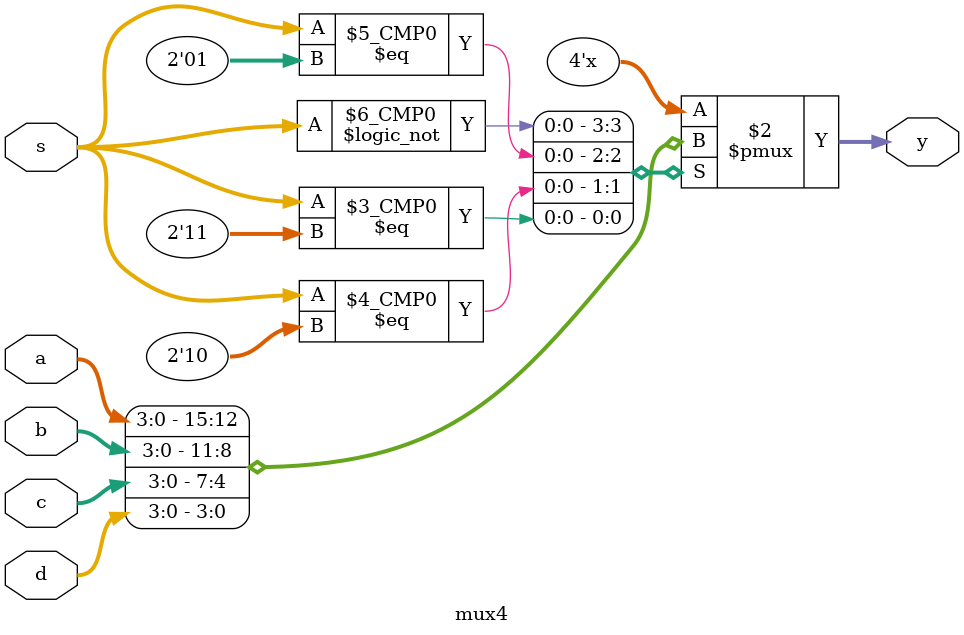
<source format=sv>
module mux4(input [3:0] a,
            input [3:0] b,
            input [3:0] c,
            input [3:0] d,
            input [1:0] s,
            output reg [3:0] y);
always @(s)
begin
    case (s)
    0: y = a;
    1: y = b;
    2: y = c;
    3: y = d;
    endcase
end
endmodule
</source>
